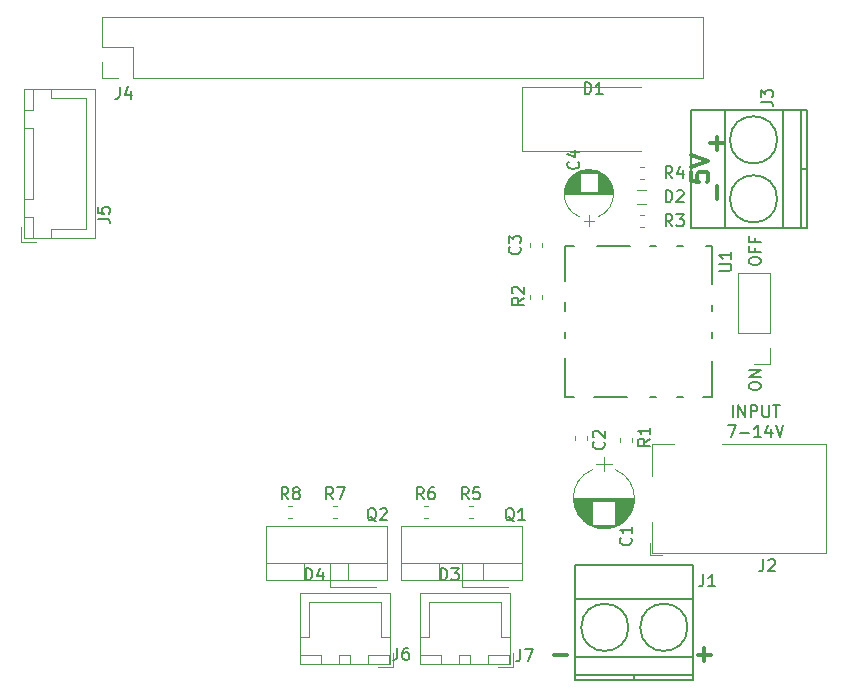
<source format=gbr>
G04 #@! TF.GenerationSoftware,KiCad,Pcbnew,(5.0.2)-1*
G04 #@! TF.CreationDate,2021-04-20T16:55:03+09:00*
G04 #@! TF.ProjectId,pi-ups,70692d75-7073-42e6-9b69-6361645f7063,rev?*
G04 #@! TF.SameCoordinates,Original*
G04 #@! TF.FileFunction,Legend,Top*
G04 #@! TF.FilePolarity,Positive*
%FSLAX46Y46*%
G04 Gerber Fmt 4.6, Leading zero omitted, Abs format (unit mm)*
G04 Created by KiCad (PCBNEW (5.0.2)-1) date 2021/04/20 16:55:03*
%MOMM*%
%LPD*%
G01*
G04 APERTURE LIST*
%ADD10C,0.200000*%
%ADD11C,0.300000*%
%ADD12C,0.120000*%
%ADD13C,0.150000*%
G04 APERTURE END LIST*
D10*
X148804380Y-110172380D02*
X148804380Y-109981904D01*
X148852000Y-109886666D01*
X148947238Y-109791428D01*
X149137714Y-109743809D01*
X149471047Y-109743809D01*
X149661523Y-109791428D01*
X149756761Y-109886666D01*
X149804380Y-109981904D01*
X149804380Y-110172380D01*
X149756761Y-110267619D01*
X149661523Y-110362857D01*
X149471047Y-110410476D01*
X149137714Y-110410476D01*
X148947238Y-110362857D01*
X148852000Y-110267619D01*
X148804380Y-110172380D01*
X149280571Y-108981904D02*
X149280571Y-109315238D01*
X149804380Y-109315238D02*
X148804380Y-109315238D01*
X148804380Y-108839047D01*
X149280571Y-108124761D02*
X149280571Y-108458095D01*
X149804380Y-108458095D02*
X148804380Y-108458095D01*
X148804380Y-107981904D01*
D11*
X143878571Y-102585714D02*
X143878571Y-103300000D01*
X144592857Y-103371428D01*
X144521428Y-103300000D01*
X144450000Y-103157142D01*
X144450000Y-102800000D01*
X144521428Y-102657142D01*
X144592857Y-102585714D01*
X144735714Y-102514285D01*
X145092857Y-102514285D01*
X145235714Y-102585714D01*
X145307142Y-102657142D01*
X145378571Y-102800000D01*
X145378571Y-103157142D01*
X145307142Y-103300000D01*
X145235714Y-103371428D01*
X143878571Y-102085714D02*
X145378571Y-101585714D01*
X143878571Y-101085714D01*
X145605428Y-143402857D02*
X144462571Y-143402857D01*
X145034000Y-142831428D02*
X145034000Y-143974285D01*
X133413428Y-143402857D02*
X132270571Y-143402857D01*
D10*
X147423428Y-123300380D02*
X147423428Y-122300380D01*
X147899619Y-123300380D02*
X147899619Y-122300380D01*
X148471047Y-123300380D01*
X148471047Y-122300380D01*
X148947238Y-123300380D02*
X148947238Y-122300380D01*
X149328190Y-122300380D01*
X149423428Y-122348000D01*
X149471047Y-122395619D01*
X149518666Y-122490857D01*
X149518666Y-122633714D01*
X149471047Y-122728952D01*
X149423428Y-122776571D01*
X149328190Y-122824190D01*
X148947238Y-122824190D01*
X149947238Y-122300380D02*
X149947238Y-123109904D01*
X149994857Y-123205142D01*
X150042476Y-123252761D01*
X150137714Y-123300380D01*
X150328190Y-123300380D01*
X150423428Y-123252761D01*
X150471047Y-123205142D01*
X150518666Y-123109904D01*
X150518666Y-122300380D01*
X150852000Y-122300380D02*
X151423428Y-122300380D01*
X151137714Y-123300380D02*
X151137714Y-122300380D01*
X147018666Y-124000380D02*
X147685333Y-124000380D01*
X147256761Y-125000380D01*
X148066285Y-124619428D02*
X148828190Y-124619428D01*
X149828190Y-125000380D02*
X149256761Y-125000380D01*
X149542476Y-125000380D02*
X149542476Y-124000380D01*
X149447238Y-124143238D01*
X149352000Y-124238476D01*
X149256761Y-124286095D01*
X150685333Y-124333714D02*
X150685333Y-125000380D01*
X150447238Y-123952761D02*
X150209142Y-124667047D01*
X150828190Y-124667047D01*
X151066285Y-124000380D02*
X151399619Y-125000380D01*
X151732952Y-124000380D01*
D11*
X146107142Y-104842857D02*
X146107142Y-103700000D01*
X146107142Y-100700000D02*
X146107142Y-99557142D01*
X146678571Y-100128571D02*
X145535714Y-100128571D01*
D10*
X148804380Y-120761047D02*
X148804380Y-120570571D01*
X148852000Y-120475333D01*
X148947238Y-120380095D01*
X149137714Y-120332476D01*
X149471047Y-120332476D01*
X149661523Y-120380095D01*
X149756761Y-120475333D01*
X149804380Y-120570571D01*
X149804380Y-120761047D01*
X149756761Y-120856285D01*
X149661523Y-120951523D01*
X149471047Y-120999142D01*
X149137714Y-120999142D01*
X148947238Y-120951523D01*
X148852000Y-120856285D01*
X148804380Y-120761047D01*
X149804380Y-119903904D02*
X148804380Y-119903904D01*
X149804380Y-119332476D01*
X148804380Y-119332476D01*
D12*
G04 #@! TO.C,R4*
X139562721Y-103126000D02*
X139888279Y-103126000D01*
X139562721Y-102106000D02*
X139888279Y-102106000D01*
D13*
G04 #@! TO.C,U1*
X135710000Y-121570000D02*
X138460000Y-121570000D01*
X140460000Y-121570000D02*
X140960000Y-121570000D01*
X142710000Y-121570000D02*
X143210000Y-121570000D01*
X144960000Y-121570000D02*
X145710000Y-121570000D01*
X145710000Y-121570000D02*
X145710000Y-118570000D01*
X145710000Y-116570000D02*
X145710000Y-116320000D01*
X145710000Y-116320000D02*
X145710000Y-116070000D01*
X145710000Y-114320000D02*
X145710000Y-113820000D01*
X145710000Y-112070000D02*
X145710000Y-108820000D01*
X145710000Y-108820000D02*
X145210000Y-108820000D01*
X143210000Y-108820000D02*
X142710000Y-108820000D01*
X140960000Y-108820000D02*
X140460000Y-108820000D01*
X138710000Y-108820000D02*
X135960000Y-108820000D01*
X133960000Y-108820000D02*
X133210000Y-108820000D01*
X133210000Y-108820000D02*
X133210000Y-111820000D01*
X133210000Y-113570000D02*
X133210000Y-114320000D01*
X133210000Y-116070000D02*
X133210000Y-116320000D01*
X133210000Y-116320000D02*
X133210000Y-116570000D01*
X133210000Y-118320000D02*
X133210000Y-121570000D01*
X133210000Y-121570000D02*
X133710000Y-121570000D01*
X133710000Y-121570000D02*
X133960000Y-121570000D01*
D12*
G04 #@! TO.C,C1*
X139075000Y-130155000D02*
X133975000Y-130155000D01*
X139075000Y-130195000D02*
X133975000Y-130195000D01*
X139074000Y-130235000D02*
X133976000Y-130235000D01*
X139073000Y-130275000D02*
X133977000Y-130275000D01*
X139071000Y-130315000D02*
X133979000Y-130315000D01*
X139068000Y-130355000D02*
X133982000Y-130355000D01*
X139064000Y-130395000D02*
X133986000Y-130395000D01*
X139060000Y-130435000D02*
X137505000Y-130435000D01*
X135545000Y-130435000D02*
X133990000Y-130435000D01*
X139056000Y-130475000D02*
X137505000Y-130475000D01*
X135545000Y-130475000D02*
X133994000Y-130475000D01*
X139050000Y-130515000D02*
X137505000Y-130515000D01*
X135545000Y-130515000D02*
X134000000Y-130515000D01*
X139044000Y-130555000D02*
X137505000Y-130555000D01*
X135545000Y-130555000D02*
X134006000Y-130555000D01*
X139038000Y-130595000D02*
X137505000Y-130595000D01*
X135545000Y-130595000D02*
X134012000Y-130595000D01*
X139031000Y-130635000D02*
X137505000Y-130635000D01*
X135545000Y-130635000D02*
X134019000Y-130635000D01*
X139023000Y-130675000D02*
X137505000Y-130675000D01*
X135545000Y-130675000D02*
X134027000Y-130675000D01*
X139014000Y-130715000D02*
X137505000Y-130715000D01*
X135545000Y-130715000D02*
X134036000Y-130715000D01*
X139005000Y-130755000D02*
X137505000Y-130755000D01*
X135545000Y-130755000D02*
X134045000Y-130755000D01*
X138995000Y-130795000D02*
X137505000Y-130795000D01*
X135545000Y-130795000D02*
X134055000Y-130795000D01*
X138985000Y-130835000D02*
X137505000Y-130835000D01*
X135545000Y-130835000D02*
X134065000Y-130835000D01*
X138973000Y-130876000D02*
X137505000Y-130876000D01*
X135545000Y-130876000D02*
X134077000Y-130876000D01*
X138961000Y-130916000D02*
X137505000Y-130916000D01*
X135545000Y-130916000D02*
X134089000Y-130916000D01*
X138949000Y-130956000D02*
X137505000Y-130956000D01*
X135545000Y-130956000D02*
X134101000Y-130956000D01*
X138935000Y-130996000D02*
X137505000Y-130996000D01*
X135545000Y-130996000D02*
X134115000Y-130996000D01*
X138921000Y-131036000D02*
X137505000Y-131036000D01*
X135545000Y-131036000D02*
X134129000Y-131036000D01*
X138907000Y-131076000D02*
X137505000Y-131076000D01*
X135545000Y-131076000D02*
X134143000Y-131076000D01*
X138891000Y-131116000D02*
X137505000Y-131116000D01*
X135545000Y-131116000D02*
X134159000Y-131116000D01*
X138875000Y-131156000D02*
X137505000Y-131156000D01*
X135545000Y-131156000D02*
X134175000Y-131156000D01*
X138858000Y-131196000D02*
X137505000Y-131196000D01*
X135545000Y-131196000D02*
X134192000Y-131196000D01*
X138840000Y-131236000D02*
X137505000Y-131236000D01*
X135545000Y-131236000D02*
X134210000Y-131236000D01*
X138821000Y-131276000D02*
X137505000Y-131276000D01*
X135545000Y-131276000D02*
X134229000Y-131276000D01*
X138801000Y-131316000D02*
X137505000Y-131316000D01*
X135545000Y-131316000D02*
X134249000Y-131316000D01*
X138781000Y-131356000D02*
X137505000Y-131356000D01*
X135545000Y-131356000D02*
X134269000Y-131356000D01*
X138759000Y-131396000D02*
X137505000Y-131396000D01*
X135545000Y-131396000D02*
X134291000Y-131396000D01*
X138737000Y-131436000D02*
X137505000Y-131436000D01*
X135545000Y-131436000D02*
X134313000Y-131436000D01*
X138714000Y-131476000D02*
X137505000Y-131476000D01*
X135545000Y-131476000D02*
X134336000Y-131476000D01*
X138690000Y-131516000D02*
X137505000Y-131516000D01*
X135545000Y-131516000D02*
X134360000Y-131516000D01*
X138665000Y-131556000D02*
X137505000Y-131556000D01*
X135545000Y-131556000D02*
X134385000Y-131556000D01*
X138638000Y-131596000D02*
X137505000Y-131596000D01*
X135545000Y-131596000D02*
X134412000Y-131596000D01*
X138611000Y-131636000D02*
X137505000Y-131636000D01*
X135545000Y-131636000D02*
X134439000Y-131636000D01*
X138583000Y-131676000D02*
X137505000Y-131676000D01*
X135545000Y-131676000D02*
X134467000Y-131676000D01*
X138553000Y-131716000D02*
X137505000Y-131716000D01*
X135545000Y-131716000D02*
X134497000Y-131716000D01*
X138522000Y-131756000D02*
X137505000Y-131756000D01*
X135545000Y-131756000D02*
X134528000Y-131756000D01*
X138490000Y-131796000D02*
X137505000Y-131796000D01*
X135545000Y-131796000D02*
X134560000Y-131796000D01*
X138457000Y-131836000D02*
X137505000Y-131836000D01*
X135545000Y-131836000D02*
X134593000Y-131836000D01*
X138422000Y-131876000D02*
X137505000Y-131876000D01*
X135545000Y-131876000D02*
X134628000Y-131876000D01*
X138386000Y-131916000D02*
X137505000Y-131916000D01*
X135545000Y-131916000D02*
X134664000Y-131916000D01*
X138348000Y-131956000D02*
X137505000Y-131956000D01*
X135545000Y-131956000D02*
X134702000Y-131956000D01*
X138308000Y-131996000D02*
X137505000Y-131996000D01*
X135545000Y-131996000D02*
X134742000Y-131996000D01*
X138267000Y-132036000D02*
X137505000Y-132036000D01*
X135545000Y-132036000D02*
X134783000Y-132036000D01*
X138224000Y-132076000D02*
X137505000Y-132076000D01*
X135545000Y-132076000D02*
X134826000Y-132076000D01*
X138179000Y-132116000D02*
X137505000Y-132116000D01*
X135545000Y-132116000D02*
X134871000Y-132116000D01*
X138131000Y-132156000D02*
X137505000Y-132156000D01*
X135545000Y-132156000D02*
X134919000Y-132156000D01*
X138081000Y-132196000D02*
X137505000Y-132196000D01*
X135545000Y-132196000D02*
X134969000Y-132196000D01*
X138029000Y-132236000D02*
X137505000Y-132236000D01*
X135545000Y-132236000D02*
X135021000Y-132236000D01*
X137973000Y-132276000D02*
X137505000Y-132276000D01*
X135545000Y-132276000D02*
X135077000Y-132276000D01*
X137915000Y-132316000D02*
X137505000Y-132316000D01*
X135545000Y-132316000D02*
X135135000Y-132316000D01*
X137852000Y-132356000D02*
X137505000Y-132356000D01*
X135545000Y-132356000D02*
X135198000Y-132356000D01*
X137786000Y-132396000D02*
X135264000Y-132396000D01*
X137714000Y-132436000D02*
X135336000Y-132436000D01*
X137637000Y-132476000D02*
X135413000Y-132476000D01*
X137553000Y-132516000D02*
X135497000Y-132516000D01*
X137459000Y-132556000D02*
X135591000Y-132556000D01*
X137354000Y-132596000D02*
X135696000Y-132596000D01*
X137232000Y-132636000D02*
X135818000Y-132636000D01*
X137084000Y-132676000D02*
X135966000Y-132676000D01*
X136879000Y-132716000D02*
X136171000Y-132716000D01*
X136525000Y-126705000D02*
X136525000Y-127905000D01*
X137175000Y-127305000D02*
X135875000Y-127305000D01*
X137506400Y-132551863D02*
G75*
G03X137505000Y-127757564I-981400J2396863D01*
G01*
X135543600Y-132551863D02*
G75*
G02X135545000Y-127757564I981400J2396863D01*
G01*
X135543600Y-132551863D02*
G75*
G03X137505000Y-132552436I981400J2396863D01*
G01*
G04 #@! TO.C,C4*
X133205000Y-104410000D02*
X137305000Y-104410000D01*
X133205000Y-104370000D02*
X137305000Y-104370000D01*
X133206000Y-104330000D02*
X137304000Y-104330000D01*
X133208000Y-104290000D02*
X137302000Y-104290000D01*
X133211000Y-104250000D02*
X137299000Y-104250000D01*
X133214000Y-104210000D02*
X137296000Y-104210000D01*
X133218000Y-104170000D02*
X134475000Y-104170000D01*
X136035000Y-104170000D02*
X137292000Y-104170000D01*
X133223000Y-104130000D02*
X134475000Y-104130000D01*
X136035000Y-104130000D02*
X137287000Y-104130000D01*
X133229000Y-104090000D02*
X134475000Y-104090000D01*
X136035000Y-104090000D02*
X137281000Y-104090000D01*
X133236000Y-104050000D02*
X134475000Y-104050000D01*
X136035000Y-104050000D02*
X137274000Y-104050000D01*
X133243000Y-104010000D02*
X134475000Y-104010000D01*
X136035000Y-104010000D02*
X137267000Y-104010000D01*
X133251000Y-103970000D02*
X134475000Y-103970000D01*
X136035000Y-103970000D02*
X137259000Y-103970000D01*
X133260000Y-103930000D02*
X134475000Y-103930000D01*
X136035000Y-103930000D02*
X137250000Y-103930000D01*
X133270000Y-103890000D02*
X134475000Y-103890000D01*
X136035000Y-103890000D02*
X137240000Y-103890000D01*
X133281000Y-103850000D02*
X134475000Y-103850000D01*
X136035000Y-103850000D02*
X137229000Y-103850000D01*
X133292000Y-103810000D02*
X134475000Y-103810000D01*
X136035000Y-103810000D02*
X137218000Y-103810000D01*
X133305000Y-103770000D02*
X134475000Y-103770000D01*
X136035000Y-103770000D02*
X137205000Y-103770000D01*
X133318000Y-103730000D02*
X134475000Y-103730000D01*
X136035000Y-103730000D02*
X137192000Y-103730000D01*
X133332000Y-103689000D02*
X134475000Y-103689000D01*
X136035000Y-103689000D02*
X137178000Y-103689000D01*
X133348000Y-103649000D02*
X134475000Y-103649000D01*
X136035000Y-103649000D02*
X137162000Y-103649000D01*
X133364000Y-103609000D02*
X134475000Y-103609000D01*
X136035000Y-103609000D02*
X137146000Y-103609000D01*
X133381000Y-103569000D02*
X134475000Y-103569000D01*
X136035000Y-103569000D02*
X137129000Y-103569000D01*
X133399000Y-103529000D02*
X134475000Y-103529000D01*
X136035000Y-103529000D02*
X137111000Y-103529000D01*
X133418000Y-103489000D02*
X134475000Y-103489000D01*
X136035000Y-103489000D02*
X137092000Y-103489000D01*
X133438000Y-103449000D02*
X134475000Y-103449000D01*
X136035000Y-103449000D02*
X137072000Y-103449000D01*
X133459000Y-103409000D02*
X134475000Y-103409000D01*
X136035000Y-103409000D02*
X137051000Y-103409000D01*
X133482000Y-103369000D02*
X134475000Y-103369000D01*
X136035000Y-103369000D02*
X137028000Y-103369000D01*
X133505000Y-103329000D02*
X134475000Y-103329000D01*
X136035000Y-103329000D02*
X137005000Y-103329000D01*
X133530000Y-103289000D02*
X134475000Y-103289000D01*
X136035000Y-103289000D02*
X136980000Y-103289000D01*
X133556000Y-103249000D02*
X134475000Y-103249000D01*
X136035000Y-103249000D02*
X136954000Y-103249000D01*
X133583000Y-103209000D02*
X134475000Y-103209000D01*
X136035000Y-103209000D02*
X136927000Y-103209000D01*
X133612000Y-103169000D02*
X134475000Y-103169000D01*
X136035000Y-103169000D02*
X136898000Y-103169000D01*
X133642000Y-103129000D02*
X134475000Y-103129000D01*
X136035000Y-103129000D02*
X136868000Y-103129000D01*
X133674000Y-103089000D02*
X134475000Y-103089000D01*
X136035000Y-103089000D02*
X136836000Y-103089000D01*
X133708000Y-103049000D02*
X134475000Y-103049000D01*
X136035000Y-103049000D02*
X136802000Y-103049000D01*
X133743000Y-103009000D02*
X134475000Y-103009000D01*
X136035000Y-103009000D02*
X136767000Y-103009000D01*
X133780000Y-102969000D02*
X134475000Y-102969000D01*
X136035000Y-102969000D02*
X136730000Y-102969000D01*
X133819000Y-102929000D02*
X134475000Y-102929000D01*
X136035000Y-102929000D02*
X136691000Y-102929000D01*
X133860000Y-102889000D02*
X134475000Y-102889000D01*
X136035000Y-102889000D02*
X136650000Y-102889000D01*
X133904000Y-102849000D02*
X134475000Y-102849000D01*
X136035000Y-102849000D02*
X136606000Y-102849000D01*
X133950000Y-102809000D02*
X134475000Y-102809000D01*
X136035000Y-102809000D02*
X136560000Y-102809000D01*
X133999000Y-102769000D02*
X134475000Y-102769000D01*
X136035000Y-102769000D02*
X136511000Y-102769000D01*
X134051000Y-102729000D02*
X134475000Y-102729000D01*
X136035000Y-102729000D02*
X136459000Y-102729000D01*
X134107000Y-102689000D02*
X134475000Y-102689000D01*
X136035000Y-102689000D02*
X136403000Y-102689000D01*
X134167000Y-102649000D02*
X134475000Y-102649000D01*
X136035000Y-102649000D02*
X136343000Y-102649000D01*
X134232000Y-102609000D02*
X136278000Y-102609000D01*
X134303000Y-102569000D02*
X136207000Y-102569000D01*
X134381000Y-102529000D02*
X136129000Y-102529000D01*
X134469000Y-102489000D02*
X136041000Y-102489000D01*
X134569000Y-102449000D02*
X135941000Y-102449000D01*
X134688000Y-102409000D02*
X135822000Y-102409000D01*
X134840000Y-102369000D02*
X135670000Y-102369000D01*
X135090000Y-102329000D02*
X135420000Y-102329000D01*
X135255000Y-107110000D02*
X135255000Y-106210000D01*
X134805000Y-106660000D02*
X135705000Y-106660000D01*
X134475911Y-102470639D02*
G75*
G03X134475000Y-106348995I779089J-1939361D01*
G01*
X136034089Y-102470639D02*
G75*
G02X136035000Y-106348995I-779089J-1939361D01*
G01*
X136034089Y-102470639D02*
G75*
G03X134475000Y-102471005I-779089J-1939361D01*
G01*
G04 #@! TO.C,D1*
X129600000Y-100744000D02*
X129600000Y-95344000D01*
X129600000Y-100744000D02*
X139700000Y-100744000D01*
X129600000Y-95344000D02*
X139700000Y-95344000D01*
G04 #@! TO.C,D2*
X140062000Y-105248000D02*
X139362000Y-105248000D01*
X139362000Y-104048000D02*
X140062000Y-104048000D01*
D13*
G04 #@! TO.C,J1*
X134105000Y-135800000D02*
X134105000Y-145600000D01*
X144105000Y-135800000D02*
X134105000Y-135800000D01*
X144105000Y-145600000D02*
X144105000Y-135800000D01*
X134105000Y-145600000D02*
X144105000Y-145600000D01*
X134105000Y-145100000D02*
X144105000Y-145100000D01*
X134105000Y-138700000D02*
X144105000Y-138700000D01*
X134105000Y-143600000D02*
X144105000Y-143600000D01*
X138605000Y-141100000D02*
G75*
G03X138605000Y-141100000I-2000000J0D01*
G01*
X143605000Y-141100000D02*
G75*
G03X143605000Y-141100000I-2000000J0D01*
G01*
X139105000Y-145100000D02*
X139105000Y-145600000D01*
D12*
G04 #@! TO.C,J4*
X96640000Y-94600000D02*
X144960000Y-94600000D01*
X144960000Y-94600000D02*
X144960000Y-89400000D01*
X144960000Y-89400000D02*
X94040000Y-89400000D01*
X94040000Y-89400000D02*
X94040000Y-92000000D01*
X94040000Y-92000000D02*
X96640000Y-92000000D01*
X96640000Y-92000000D02*
X96640000Y-94600000D01*
X95370000Y-94600000D02*
X94040000Y-94600000D01*
X94040000Y-94600000D02*
X94040000Y-93270000D01*
D13*
G04 #@! TO.C,J3*
X153198000Y-102322000D02*
X153698000Y-102322000D01*
X151198000Y-99822000D02*
G75*
G03X151198000Y-99822000I-2000000J0D01*
G01*
X151198000Y-104822000D02*
G75*
G03X151198000Y-104822000I-2000000J0D01*
G01*
X151698000Y-107322000D02*
X151698000Y-97322000D01*
X146798000Y-107322000D02*
X146798000Y-97322000D01*
X153198000Y-107322000D02*
X153198000Y-97322000D01*
X153698000Y-107322000D02*
X153698000Y-97322000D01*
X153698000Y-97322000D02*
X143898000Y-97322000D01*
X143898000Y-97322000D02*
X143898000Y-107322000D01*
X143898000Y-107322000D02*
X153698000Y-107322000D01*
D12*
G04 #@! TO.C,SW1*
X150555000Y-116205000D02*
X150555000Y-111065000D01*
X150555000Y-111065000D02*
X147895000Y-111065000D01*
X147895000Y-111065000D02*
X147895000Y-116205000D01*
X147895000Y-116205000D02*
X150555000Y-116205000D01*
X150555000Y-117475000D02*
X150555000Y-118805000D01*
X150555000Y-118805000D02*
X149225000Y-118805000D01*
G04 #@! TO.C,J2*
X140400000Y-133950000D02*
X140400000Y-135000000D01*
X141450000Y-135000000D02*
X140400000Y-135000000D01*
X146500000Y-125600000D02*
X155300000Y-125600000D01*
X155300000Y-125600000D02*
X155300000Y-134800000D01*
X140600000Y-128300000D02*
X140600000Y-125600000D01*
X140600000Y-125600000D02*
X142500000Y-125600000D01*
X155300000Y-134800000D02*
X140600000Y-134800000D01*
X140600000Y-134800000D02*
X140600000Y-132200000D01*
G04 #@! TO.C,J6*
X118674000Y-144482000D02*
X118674000Y-143232000D01*
X117424000Y-144482000D02*
X118674000Y-144482000D01*
X111524000Y-138982000D02*
X114574000Y-138982000D01*
X111524000Y-141932000D02*
X111524000Y-138982000D01*
X110774000Y-141932000D02*
X111524000Y-141932000D01*
X117624000Y-138982000D02*
X114574000Y-138982000D01*
X117624000Y-141932000D02*
X117624000Y-138982000D01*
X118374000Y-141932000D02*
X117624000Y-141932000D01*
X110774000Y-144182000D02*
X112574000Y-144182000D01*
X110774000Y-143432000D02*
X110774000Y-144182000D01*
X112574000Y-143432000D02*
X110774000Y-143432000D01*
X112574000Y-144182000D02*
X112574000Y-143432000D01*
X116574000Y-144182000D02*
X118374000Y-144182000D01*
X116574000Y-143432000D02*
X116574000Y-144182000D01*
X118374000Y-143432000D02*
X116574000Y-143432000D01*
X118374000Y-144182000D02*
X118374000Y-143432000D01*
X114074000Y-144182000D02*
X115074000Y-144182000D01*
X114074000Y-143432000D02*
X114074000Y-144182000D01*
X115074000Y-143432000D02*
X114074000Y-143432000D01*
X115074000Y-144182000D02*
X115074000Y-143432000D01*
X110764000Y-144192000D02*
X118384000Y-144192000D01*
X110764000Y-138222000D02*
X110764000Y-144192000D01*
X118384000Y-138222000D02*
X110764000Y-138222000D01*
X118384000Y-144192000D02*
X118384000Y-138222000D01*
G04 #@! TO.C,J5*
X87456000Y-108144000D02*
X93426000Y-108144000D01*
X93426000Y-108144000D02*
X93426000Y-95524000D01*
X93426000Y-95524000D02*
X87456000Y-95524000D01*
X87456000Y-95524000D02*
X87456000Y-108144000D01*
X87466000Y-104834000D02*
X88216000Y-104834000D01*
X88216000Y-104834000D02*
X88216000Y-98834000D01*
X88216000Y-98834000D02*
X87466000Y-98834000D01*
X87466000Y-98834000D02*
X87466000Y-104834000D01*
X87466000Y-108134000D02*
X88216000Y-108134000D01*
X88216000Y-108134000D02*
X88216000Y-106334000D01*
X88216000Y-106334000D02*
X87466000Y-106334000D01*
X87466000Y-106334000D02*
X87466000Y-108134000D01*
X87466000Y-97334000D02*
X88216000Y-97334000D01*
X88216000Y-97334000D02*
X88216000Y-95534000D01*
X88216000Y-95534000D02*
X87466000Y-95534000D01*
X87466000Y-95534000D02*
X87466000Y-97334000D01*
X89716000Y-108134000D02*
X89716000Y-107384000D01*
X89716000Y-107384000D02*
X92666000Y-107384000D01*
X92666000Y-107384000D02*
X92666000Y-101834000D01*
X89716000Y-95534000D02*
X89716000Y-96284000D01*
X89716000Y-96284000D02*
X92666000Y-96284000D01*
X92666000Y-96284000D02*
X92666000Y-101834000D01*
X87166000Y-107184000D02*
X87166000Y-108434000D01*
X87166000Y-108434000D02*
X88416000Y-108434000D01*
G04 #@! TO.C,J7*
X128544000Y-144192000D02*
X128544000Y-138222000D01*
X128544000Y-138222000D02*
X120924000Y-138222000D01*
X120924000Y-138222000D02*
X120924000Y-144192000D01*
X120924000Y-144192000D02*
X128544000Y-144192000D01*
X125234000Y-144182000D02*
X125234000Y-143432000D01*
X125234000Y-143432000D02*
X124234000Y-143432000D01*
X124234000Y-143432000D02*
X124234000Y-144182000D01*
X124234000Y-144182000D02*
X125234000Y-144182000D01*
X128534000Y-144182000D02*
X128534000Y-143432000D01*
X128534000Y-143432000D02*
X126734000Y-143432000D01*
X126734000Y-143432000D02*
X126734000Y-144182000D01*
X126734000Y-144182000D02*
X128534000Y-144182000D01*
X122734000Y-144182000D02*
X122734000Y-143432000D01*
X122734000Y-143432000D02*
X120934000Y-143432000D01*
X120934000Y-143432000D02*
X120934000Y-144182000D01*
X120934000Y-144182000D02*
X122734000Y-144182000D01*
X128534000Y-141932000D02*
X127784000Y-141932000D01*
X127784000Y-141932000D02*
X127784000Y-138982000D01*
X127784000Y-138982000D02*
X124734000Y-138982000D01*
X120934000Y-141932000D02*
X121684000Y-141932000D01*
X121684000Y-141932000D02*
X121684000Y-138982000D01*
X121684000Y-138982000D02*
X124734000Y-138982000D01*
X127584000Y-144482000D02*
X128834000Y-144482000D01*
X128834000Y-144482000D02*
X128834000Y-143232000D01*
G04 #@! TO.C,Q1*
X129580000Y-137128000D02*
X119340000Y-137128000D01*
X129580000Y-132487000D02*
X119340000Y-132487000D01*
X129580000Y-137128000D02*
X129580000Y-132487000D01*
X119340000Y-137128000D02*
X119340000Y-132487000D01*
X129580000Y-135618000D02*
X119340000Y-135618000D01*
X126310000Y-137128000D02*
X126310000Y-135618000D01*
X122609000Y-137128000D02*
X122609000Y-135618000D01*
G04 #@! TO.C,Q2*
X111179000Y-137128000D02*
X111179000Y-135618000D01*
X114880000Y-137128000D02*
X114880000Y-135618000D01*
X118150000Y-135618000D02*
X107910000Y-135618000D01*
X107910000Y-137128000D02*
X107910000Y-132487000D01*
X118150000Y-137128000D02*
X118150000Y-132487000D01*
X118150000Y-132487000D02*
X107910000Y-132487000D01*
X118150000Y-137128000D02*
X107910000Y-137128000D01*
G04 #@! TO.C,D3*
X124546000Y-135652000D02*
X128396000Y-135652000D01*
X124546000Y-137652000D02*
X128396000Y-137652000D01*
X124546000Y-135652000D02*
X124546000Y-137652000D01*
G04 #@! TO.C,D4*
X113370000Y-135652000D02*
X113370000Y-137652000D01*
X113370000Y-137652000D02*
X117220000Y-137652000D01*
X113370000Y-135652000D02*
X117220000Y-135652000D01*
G04 #@! TO.C,C2*
X135130000Y-125257779D02*
X135130000Y-124932221D01*
X134110000Y-125257779D02*
X134110000Y-124932221D01*
G04 #@! TO.C,C3*
X131320000Y-108537221D02*
X131320000Y-108862779D01*
X130300000Y-108537221D02*
X130300000Y-108862779D01*
G04 #@! TO.C,R1*
X137920000Y-125372779D02*
X137920000Y-125047221D01*
X138940000Y-125372779D02*
X138940000Y-125047221D01*
G04 #@! TO.C,R2*
X131320000Y-112982221D02*
X131320000Y-113307779D01*
X130300000Y-112982221D02*
X130300000Y-113307779D01*
G04 #@! TO.C,R3*
X139888279Y-106170000D02*
X139562721Y-106170000D01*
X139888279Y-107190000D02*
X139562721Y-107190000D01*
G04 #@! TO.C,R5*
X125084721Y-130808000D02*
X125410279Y-130808000D01*
X125084721Y-131828000D02*
X125410279Y-131828000D01*
G04 #@! TO.C,R6*
X121600279Y-130808000D02*
X121274721Y-130808000D01*
X121600279Y-131828000D02*
X121274721Y-131828000D01*
G04 #@! TO.C,R7*
X113603721Y-130808000D02*
X113929279Y-130808000D01*
X113603721Y-131828000D02*
X113929279Y-131828000D01*
G04 #@! TO.C,R8*
X110119279Y-130808000D02*
X109793721Y-130808000D01*
X110119279Y-131828000D02*
X109793721Y-131828000D01*
G04 #@! TO.C,R4*
D13*
X142327333Y-103068380D02*
X141994000Y-102592190D01*
X141755904Y-103068380D02*
X141755904Y-102068380D01*
X142136857Y-102068380D01*
X142232095Y-102116000D01*
X142279714Y-102163619D01*
X142327333Y-102258857D01*
X142327333Y-102401714D01*
X142279714Y-102496952D01*
X142232095Y-102544571D01*
X142136857Y-102592190D01*
X141755904Y-102592190D01*
X143184476Y-102401714D02*
X143184476Y-103068380D01*
X142946380Y-102020761D02*
X142708285Y-102735047D01*
X143327333Y-102735047D01*
G04 #@! TO.C,U1*
X146307380Y-110901904D02*
X147116904Y-110901904D01*
X147212142Y-110854285D01*
X147259761Y-110806666D01*
X147307380Y-110711428D01*
X147307380Y-110520952D01*
X147259761Y-110425714D01*
X147212142Y-110378095D01*
X147116904Y-110330476D01*
X146307380Y-110330476D01*
X147307380Y-109330476D02*
X147307380Y-109901904D01*
X147307380Y-109616190D02*
X146307380Y-109616190D01*
X146450238Y-109711428D01*
X146545476Y-109806666D01*
X146593095Y-109901904D01*
G04 #@! TO.C,C1*
X138787142Y-133516666D02*
X138834761Y-133564285D01*
X138882380Y-133707142D01*
X138882380Y-133802380D01*
X138834761Y-133945238D01*
X138739523Y-134040476D01*
X138644285Y-134088095D01*
X138453809Y-134135714D01*
X138310952Y-134135714D01*
X138120476Y-134088095D01*
X138025238Y-134040476D01*
X137930000Y-133945238D01*
X137882380Y-133802380D01*
X137882380Y-133707142D01*
X137930000Y-133564285D01*
X137977619Y-133516666D01*
X138882380Y-132564285D02*
X138882380Y-133135714D01*
X138882380Y-132850000D02*
X137882380Y-132850000D01*
X138025238Y-132945238D01*
X138120476Y-133040476D01*
X138168095Y-133135714D01*
G04 #@! TO.C,C4*
X134342142Y-101671666D02*
X134389761Y-101719285D01*
X134437380Y-101862142D01*
X134437380Y-101957380D01*
X134389761Y-102100238D01*
X134294523Y-102195476D01*
X134199285Y-102243095D01*
X134008809Y-102290714D01*
X133865952Y-102290714D01*
X133675476Y-102243095D01*
X133580238Y-102195476D01*
X133485000Y-102100238D01*
X133437380Y-101957380D01*
X133437380Y-101862142D01*
X133485000Y-101719285D01*
X133532619Y-101671666D01*
X133770714Y-100814523D02*
X134437380Y-100814523D01*
X133389761Y-101052619D02*
X134104047Y-101290714D01*
X134104047Y-100671666D01*
G04 #@! TO.C,D1*
X134897904Y-95956380D02*
X134897904Y-94956380D01*
X135136000Y-94956380D01*
X135278857Y-95004000D01*
X135374095Y-95099238D01*
X135421714Y-95194476D01*
X135469333Y-95384952D01*
X135469333Y-95527809D01*
X135421714Y-95718285D01*
X135374095Y-95813523D01*
X135278857Y-95908761D01*
X135136000Y-95956380D01*
X134897904Y-95956380D01*
X136421714Y-95956380D02*
X135850285Y-95956380D01*
X136136000Y-95956380D02*
X136136000Y-94956380D01*
X136040761Y-95099238D01*
X135945523Y-95194476D01*
X135850285Y-95242095D01*
G04 #@! TO.C,D2*
X141755904Y-105100380D02*
X141755904Y-104100380D01*
X141994000Y-104100380D01*
X142136857Y-104148000D01*
X142232095Y-104243238D01*
X142279714Y-104338476D01*
X142327333Y-104528952D01*
X142327333Y-104671809D01*
X142279714Y-104862285D01*
X142232095Y-104957523D01*
X142136857Y-105052761D01*
X141994000Y-105100380D01*
X141755904Y-105100380D01*
X142708285Y-104195619D02*
X142755904Y-104148000D01*
X142851142Y-104100380D01*
X143089238Y-104100380D01*
X143184476Y-104148000D01*
X143232095Y-104195619D01*
X143279714Y-104290857D01*
X143279714Y-104386095D01*
X143232095Y-104528952D01*
X142660666Y-105100380D01*
X143279714Y-105100380D01*
G04 #@! TO.C,J1*
X144954666Y-136612380D02*
X144954666Y-137326666D01*
X144907047Y-137469523D01*
X144811809Y-137564761D01*
X144668952Y-137612380D01*
X144573714Y-137612380D01*
X145954666Y-137612380D02*
X145383238Y-137612380D01*
X145668952Y-137612380D02*
X145668952Y-136612380D01*
X145573714Y-136755238D01*
X145478476Y-136850476D01*
X145383238Y-136898095D01*
G04 #@! TO.C,J4*
X95551666Y-95337380D02*
X95551666Y-96051666D01*
X95504047Y-96194523D01*
X95408809Y-96289761D01*
X95265952Y-96337380D01*
X95170714Y-96337380D01*
X96456428Y-95670714D02*
X96456428Y-96337380D01*
X96218333Y-95289761D02*
X95980238Y-96004047D01*
X96599285Y-96004047D01*
G04 #@! TO.C,J3*
X149820380Y-96599333D02*
X150534666Y-96599333D01*
X150677523Y-96646952D01*
X150772761Y-96742190D01*
X150820380Y-96885047D01*
X150820380Y-96980285D01*
X149820380Y-96218380D02*
X149820380Y-95599333D01*
X150201333Y-95932666D01*
X150201333Y-95789809D01*
X150248952Y-95694571D01*
X150296571Y-95646952D01*
X150391809Y-95599333D01*
X150629904Y-95599333D01*
X150725142Y-95646952D01*
X150772761Y-95694571D01*
X150820380Y-95789809D01*
X150820380Y-96075523D01*
X150772761Y-96170761D01*
X150725142Y-96218380D01*
G04 #@! TO.C,J2*
X150034666Y-135342380D02*
X150034666Y-136056666D01*
X149987047Y-136199523D01*
X149891809Y-136294761D01*
X149748952Y-136342380D01*
X149653714Y-136342380D01*
X150463238Y-135437619D02*
X150510857Y-135390000D01*
X150606095Y-135342380D01*
X150844190Y-135342380D01*
X150939428Y-135390000D01*
X150987047Y-135437619D01*
X151034666Y-135532857D01*
X151034666Y-135628095D01*
X150987047Y-135770952D01*
X150415619Y-136342380D01*
X151034666Y-136342380D01*
G04 #@! TO.C,J6*
X119046666Y-142835380D02*
X119046666Y-143549666D01*
X118999047Y-143692523D01*
X118903809Y-143787761D01*
X118760952Y-143835380D01*
X118665714Y-143835380D01*
X119951428Y-142835380D02*
X119760952Y-142835380D01*
X119665714Y-142883000D01*
X119618095Y-142930619D01*
X119522857Y-143073476D01*
X119475238Y-143263952D01*
X119475238Y-143644904D01*
X119522857Y-143740142D01*
X119570476Y-143787761D01*
X119665714Y-143835380D01*
X119856190Y-143835380D01*
X119951428Y-143787761D01*
X119999047Y-143740142D01*
X120046666Y-143644904D01*
X120046666Y-143406809D01*
X119999047Y-143311571D01*
X119951428Y-143263952D01*
X119856190Y-143216333D01*
X119665714Y-143216333D01*
X119570476Y-143263952D01*
X119522857Y-143311571D01*
X119475238Y-143406809D01*
G04 #@! TO.C,J5*
X93686380Y-106505333D02*
X94400666Y-106505333D01*
X94543523Y-106552952D01*
X94638761Y-106648190D01*
X94686380Y-106791047D01*
X94686380Y-106886285D01*
X93686380Y-105552952D02*
X93686380Y-106029142D01*
X94162571Y-106076761D01*
X94114952Y-106029142D01*
X94067333Y-105933904D01*
X94067333Y-105695809D01*
X94114952Y-105600571D01*
X94162571Y-105552952D01*
X94257809Y-105505333D01*
X94495904Y-105505333D01*
X94591142Y-105552952D01*
X94638761Y-105600571D01*
X94686380Y-105695809D01*
X94686380Y-105933904D01*
X94638761Y-106029142D01*
X94591142Y-106076761D01*
G04 #@! TO.C,J7*
X129460666Y-142962380D02*
X129460666Y-143676666D01*
X129413047Y-143819523D01*
X129317809Y-143914761D01*
X129174952Y-143962380D01*
X129079714Y-143962380D01*
X129841619Y-142962380D02*
X130508285Y-142962380D01*
X130079714Y-143962380D01*
G04 #@! TO.C,Q1*
X128936761Y-132119619D02*
X128841523Y-132072000D01*
X128746285Y-131976761D01*
X128603428Y-131833904D01*
X128508190Y-131786285D01*
X128412952Y-131786285D01*
X128460571Y-132024380D02*
X128365333Y-131976761D01*
X128270095Y-131881523D01*
X128222476Y-131691047D01*
X128222476Y-131357714D01*
X128270095Y-131167238D01*
X128365333Y-131072000D01*
X128460571Y-131024380D01*
X128651047Y-131024380D01*
X128746285Y-131072000D01*
X128841523Y-131167238D01*
X128889142Y-131357714D01*
X128889142Y-131691047D01*
X128841523Y-131881523D01*
X128746285Y-131976761D01*
X128651047Y-132024380D01*
X128460571Y-132024380D01*
X129841523Y-132024380D02*
X129270095Y-132024380D01*
X129555809Y-132024380D02*
X129555809Y-131024380D01*
X129460571Y-131167238D01*
X129365333Y-131262476D01*
X129270095Y-131310095D01*
G04 #@! TO.C,Q2*
X117252761Y-132119619D02*
X117157523Y-132072000D01*
X117062285Y-131976761D01*
X116919428Y-131833904D01*
X116824190Y-131786285D01*
X116728952Y-131786285D01*
X116776571Y-132024380D02*
X116681333Y-131976761D01*
X116586095Y-131881523D01*
X116538476Y-131691047D01*
X116538476Y-131357714D01*
X116586095Y-131167238D01*
X116681333Y-131072000D01*
X116776571Y-131024380D01*
X116967047Y-131024380D01*
X117062285Y-131072000D01*
X117157523Y-131167238D01*
X117205142Y-131357714D01*
X117205142Y-131691047D01*
X117157523Y-131881523D01*
X117062285Y-131976761D01*
X116967047Y-132024380D01*
X116776571Y-132024380D01*
X117586095Y-131119619D02*
X117633714Y-131072000D01*
X117728952Y-131024380D01*
X117967047Y-131024380D01*
X118062285Y-131072000D01*
X118109904Y-131119619D01*
X118157523Y-131214857D01*
X118157523Y-131310095D01*
X118109904Y-131452952D01*
X117538476Y-132024380D01*
X118157523Y-132024380D01*
G04 #@! TO.C,D3*
X122705904Y-137104380D02*
X122705904Y-136104380D01*
X122944000Y-136104380D01*
X123086857Y-136152000D01*
X123182095Y-136247238D01*
X123229714Y-136342476D01*
X123277333Y-136532952D01*
X123277333Y-136675809D01*
X123229714Y-136866285D01*
X123182095Y-136961523D01*
X123086857Y-137056761D01*
X122944000Y-137104380D01*
X122705904Y-137104380D01*
X123610666Y-136104380D02*
X124229714Y-136104380D01*
X123896380Y-136485333D01*
X124039238Y-136485333D01*
X124134476Y-136532952D01*
X124182095Y-136580571D01*
X124229714Y-136675809D01*
X124229714Y-136913904D01*
X124182095Y-137009142D01*
X124134476Y-137056761D01*
X124039238Y-137104380D01*
X123753523Y-137104380D01*
X123658285Y-137056761D01*
X123610666Y-137009142D01*
G04 #@! TO.C,D4*
X111275904Y-137104380D02*
X111275904Y-136104380D01*
X111514000Y-136104380D01*
X111656857Y-136152000D01*
X111752095Y-136247238D01*
X111799714Y-136342476D01*
X111847333Y-136532952D01*
X111847333Y-136675809D01*
X111799714Y-136866285D01*
X111752095Y-136961523D01*
X111656857Y-137056761D01*
X111514000Y-137104380D01*
X111275904Y-137104380D01*
X112704476Y-136437714D02*
X112704476Y-137104380D01*
X112466380Y-136056761D02*
X112228285Y-136771047D01*
X112847333Y-136771047D01*
G04 #@! TO.C,C2*
X136501142Y-125388666D02*
X136548761Y-125436285D01*
X136596380Y-125579142D01*
X136596380Y-125674380D01*
X136548761Y-125817238D01*
X136453523Y-125912476D01*
X136358285Y-125960095D01*
X136167809Y-126007714D01*
X136024952Y-126007714D01*
X135834476Y-125960095D01*
X135739238Y-125912476D01*
X135644000Y-125817238D01*
X135596380Y-125674380D01*
X135596380Y-125579142D01*
X135644000Y-125436285D01*
X135691619Y-125388666D01*
X135691619Y-125007714D02*
X135644000Y-124960095D01*
X135596380Y-124864857D01*
X135596380Y-124626761D01*
X135644000Y-124531523D01*
X135691619Y-124483904D01*
X135786857Y-124436285D01*
X135882095Y-124436285D01*
X136024952Y-124483904D01*
X136596380Y-125055333D01*
X136596380Y-124436285D01*
G04 #@! TO.C,C3*
X129389142Y-108878666D02*
X129436761Y-108926285D01*
X129484380Y-109069142D01*
X129484380Y-109164380D01*
X129436761Y-109307238D01*
X129341523Y-109402476D01*
X129246285Y-109450095D01*
X129055809Y-109497714D01*
X128912952Y-109497714D01*
X128722476Y-109450095D01*
X128627238Y-109402476D01*
X128532000Y-109307238D01*
X128484380Y-109164380D01*
X128484380Y-109069142D01*
X128532000Y-108926285D01*
X128579619Y-108878666D01*
X128484380Y-108545333D02*
X128484380Y-107926285D01*
X128865333Y-108259619D01*
X128865333Y-108116761D01*
X128912952Y-108021523D01*
X128960571Y-107973904D01*
X129055809Y-107926285D01*
X129293904Y-107926285D01*
X129389142Y-107973904D01*
X129436761Y-108021523D01*
X129484380Y-108116761D01*
X129484380Y-108402476D01*
X129436761Y-108497714D01*
X129389142Y-108545333D01*
G04 #@! TO.C,R1*
X140406380Y-125134666D02*
X139930190Y-125468000D01*
X140406380Y-125706095D02*
X139406380Y-125706095D01*
X139406380Y-125325142D01*
X139454000Y-125229904D01*
X139501619Y-125182285D01*
X139596857Y-125134666D01*
X139739714Y-125134666D01*
X139834952Y-125182285D01*
X139882571Y-125229904D01*
X139930190Y-125325142D01*
X139930190Y-125706095D01*
X140406380Y-124182285D02*
X140406380Y-124753714D01*
X140406380Y-124468000D02*
X139406380Y-124468000D01*
X139549238Y-124563238D01*
X139644476Y-124658476D01*
X139692095Y-124753714D01*
G04 #@! TO.C,R2*
X129738380Y-113196666D02*
X129262190Y-113530000D01*
X129738380Y-113768095D02*
X128738380Y-113768095D01*
X128738380Y-113387142D01*
X128786000Y-113291904D01*
X128833619Y-113244285D01*
X128928857Y-113196666D01*
X129071714Y-113196666D01*
X129166952Y-113244285D01*
X129214571Y-113291904D01*
X129262190Y-113387142D01*
X129262190Y-113768095D01*
X128833619Y-112815714D02*
X128786000Y-112768095D01*
X128738380Y-112672857D01*
X128738380Y-112434761D01*
X128786000Y-112339523D01*
X128833619Y-112291904D01*
X128928857Y-112244285D01*
X129024095Y-112244285D01*
X129166952Y-112291904D01*
X129738380Y-112863333D01*
X129738380Y-112244285D01*
G04 #@! TO.C,R3*
X142327333Y-107132380D02*
X141994000Y-106656190D01*
X141755904Y-107132380D02*
X141755904Y-106132380D01*
X142136857Y-106132380D01*
X142232095Y-106180000D01*
X142279714Y-106227619D01*
X142327333Y-106322857D01*
X142327333Y-106465714D01*
X142279714Y-106560952D01*
X142232095Y-106608571D01*
X142136857Y-106656190D01*
X141755904Y-106656190D01*
X142660666Y-106132380D02*
X143279714Y-106132380D01*
X142946380Y-106513333D01*
X143089238Y-106513333D01*
X143184476Y-106560952D01*
X143232095Y-106608571D01*
X143279714Y-106703809D01*
X143279714Y-106941904D01*
X143232095Y-107037142D01*
X143184476Y-107084761D01*
X143089238Y-107132380D01*
X142803523Y-107132380D01*
X142708285Y-107084761D01*
X142660666Y-107037142D01*
G04 #@! TO.C,R5*
X125080833Y-130246380D02*
X124747500Y-129770190D01*
X124509404Y-130246380D02*
X124509404Y-129246380D01*
X124890357Y-129246380D01*
X124985595Y-129294000D01*
X125033214Y-129341619D01*
X125080833Y-129436857D01*
X125080833Y-129579714D01*
X125033214Y-129674952D01*
X124985595Y-129722571D01*
X124890357Y-129770190D01*
X124509404Y-129770190D01*
X125985595Y-129246380D02*
X125509404Y-129246380D01*
X125461785Y-129722571D01*
X125509404Y-129674952D01*
X125604642Y-129627333D01*
X125842738Y-129627333D01*
X125937976Y-129674952D01*
X125985595Y-129722571D01*
X126033214Y-129817809D01*
X126033214Y-130055904D01*
X125985595Y-130151142D01*
X125937976Y-130198761D01*
X125842738Y-130246380D01*
X125604642Y-130246380D01*
X125509404Y-130198761D01*
X125461785Y-130151142D01*
G04 #@! TO.C,R6*
X121270833Y-130246380D02*
X120937500Y-129770190D01*
X120699404Y-130246380D02*
X120699404Y-129246380D01*
X121080357Y-129246380D01*
X121175595Y-129294000D01*
X121223214Y-129341619D01*
X121270833Y-129436857D01*
X121270833Y-129579714D01*
X121223214Y-129674952D01*
X121175595Y-129722571D01*
X121080357Y-129770190D01*
X120699404Y-129770190D01*
X122127976Y-129246380D02*
X121937500Y-129246380D01*
X121842261Y-129294000D01*
X121794642Y-129341619D01*
X121699404Y-129484476D01*
X121651785Y-129674952D01*
X121651785Y-130055904D01*
X121699404Y-130151142D01*
X121747023Y-130198761D01*
X121842261Y-130246380D01*
X122032738Y-130246380D01*
X122127976Y-130198761D01*
X122175595Y-130151142D01*
X122223214Y-130055904D01*
X122223214Y-129817809D01*
X122175595Y-129722571D01*
X122127976Y-129674952D01*
X122032738Y-129627333D01*
X121842261Y-129627333D01*
X121747023Y-129674952D01*
X121699404Y-129722571D01*
X121651785Y-129817809D01*
G04 #@! TO.C,R7*
X113599833Y-130246380D02*
X113266500Y-129770190D01*
X113028404Y-130246380D02*
X113028404Y-129246380D01*
X113409357Y-129246380D01*
X113504595Y-129294000D01*
X113552214Y-129341619D01*
X113599833Y-129436857D01*
X113599833Y-129579714D01*
X113552214Y-129674952D01*
X113504595Y-129722571D01*
X113409357Y-129770190D01*
X113028404Y-129770190D01*
X113933166Y-129246380D02*
X114599833Y-129246380D01*
X114171261Y-130246380D01*
G04 #@! TO.C,R8*
X109815333Y-130246380D02*
X109482000Y-129770190D01*
X109243904Y-130246380D02*
X109243904Y-129246380D01*
X109624857Y-129246380D01*
X109720095Y-129294000D01*
X109767714Y-129341619D01*
X109815333Y-129436857D01*
X109815333Y-129579714D01*
X109767714Y-129674952D01*
X109720095Y-129722571D01*
X109624857Y-129770190D01*
X109243904Y-129770190D01*
X110386761Y-129674952D02*
X110291523Y-129627333D01*
X110243904Y-129579714D01*
X110196285Y-129484476D01*
X110196285Y-129436857D01*
X110243904Y-129341619D01*
X110291523Y-129294000D01*
X110386761Y-129246380D01*
X110577238Y-129246380D01*
X110672476Y-129294000D01*
X110720095Y-129341619D01*
X110767714Y-129436857D01*
X110767714Y-129484476D01*
X110720095Y-129579714D01*
X110672476Y-129627333D01*
X110577238Y-129674952D01*
X110386761Y-129674952D01*
X110291523Y-129722571D01*
X110243904Y-129770190D01*
X110196285Y-129865428D01*
X110196285Y-130055904D01*
X110243904Y-130151142D01*
X110291523Y-130198761D01*
X110386761Y-130246380D01*
X110577238Y-130246380D01*
X110672476Y-130198761D01*
X110720095Y-130151142D01*
X110767714Y-130055904D01*
X110767714Y-129865428D01*
X110720095Y-129770190D01*
X110672476Y-129722571D01*
X110577238Y-129674952D01*
G04 #@! TD*
M02*

</source>
